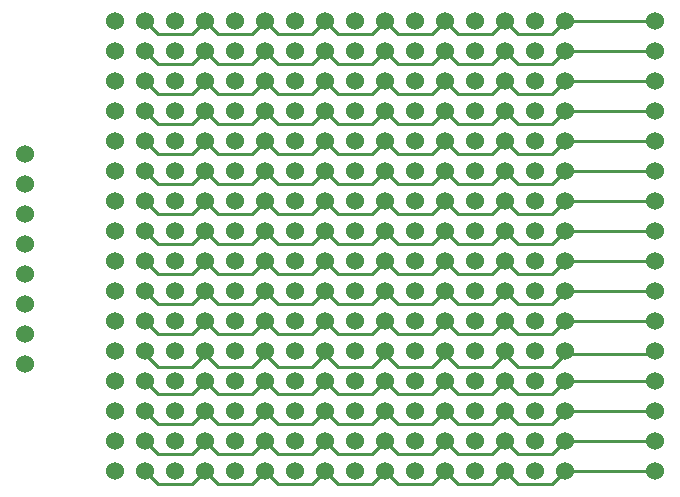
<source format=gbr>
%TF.GenerationSoftware,KiCad,Pcbnew,(5.1.10-1-10_14)*%
%TF.CreationDate,2021-10-20T14:53:20-04:00*%
%TF.ProjectId,DIODE-prototype-board,44494f44-452d-4707-926f-746f74797065,rev?*%
%TF.SameCoordinates,Original*%
%TF.FileFunction,Copper,L2,Bot*%
%TF.FilePolarity,Positive*%
%FSLAX46Y46*%
G04 Gerber Fmt 4.6, Leading zero omitted, Abs format (unit mm)*
G04 Created by KiCad (PCBNEW (5.1.10-1-10_14)) date 2021-10-20 14:53:20*
%MOMM*%
%LPD*%
G01*
G04 APERTURE LIST*
%TA.AperFunction,ComponentPad*%
%ADD10C,1.524000*%
%TD*%
%TA.AperFunction,Conductor*%
%ADD11C,0.250000*%
%TD*%
G04 APERTURE END LIST*
D10*
%TO.P,U1,20*%
%TO.N,Net-(U1-Pad20)*%
X112522000Y-159174000D03*
%TO.P,U1,13*%
%TO.N,Net-(U1-Pad13)*%
X112522000Y-141394000D03*
%TO.P,U1,24*%
%TO.N,Net-(U1-Pad24)*%
X112522000Y-169334000D03*
%TO.P,U1,18*%
%TO.N,Net-(U1-Pad18)*%
X112522000Y-154094000D03*
%TO.P,U1,12*%
%TO.N,Net-(U1-Pad12)*%
X112522000Y-138854000D03*
%TO.P,U1,17*%
%TO.N,Net-(U1-Pad17)*%
X112522000Y-151554000D03*
%TO.P,U1,9*%
%TO.N,Net-(U1-Pad9)*%
X112522000Y-131234000D03*
%TO.P,U1,23*%
%TO.N,Net-(U1-Pad23)*%
X112522000Y-166794000D03*
%TO.P,U1,11*%
%TO.N,Net-(U1-Pad11)*%
X112522000Y-136314000D03*
%TO.P,U1,21*%
%TO.N,Net-(U1-Pad21)*%
X112522000Y-161714000D03*
%TO.P,U1,15*%
%TO.N,Net-(U1-Pad15)*%
X112522000Y-146474000D03*
%TO.P,U1,16*%
%TO.N,Net-(U1-Pad16)*%
X112522000Y-149014000D03*
%TO.P,U1,14*%
%TO.N,Net-(U1-Pad14)*%
X112522000Y-143934000D03*
%TO.P,U1,19*%
%TO.N,Net-(U1-Pad19)*%
X112522000Y-156634000D03*
%TO.P,U1,22*%
%TO.N,Net-(U1-Pad22)*%
X112522000Y-164254000D03*
%TO.P,U1,10*%
%TO.N,Net-(U1-Pad10)*%
X112522000Y-133774000D03*
%TO.P,U1,24*%
%TO.N,Net-(U1-Pad24)*%
X120142000Y-169334000D03*
%TO.P,U1,21*%
%TO.N,Net-(U1-Pad21)*%
X120142000Y-161714000D03*
%TO.P,U1,23*%
%TO.N,Net-(U1-Pad23)*%
X120142000Y-166794000D03*
%TO.P,U1,22*%
%TO.N,Net-(U1-Pad22)*%
X120142000Y-164254000D03*
%TO.P,U1,19*%
%TO.N,Net-(U1-Pad19)*%
X120142000Y-156634000D03*
%TO.P,U1,17*%
%TO.N,Net-(U1-Pad17)*%
X120142000Y-151554000D03*
%TO.P,U1,20*%
%TO.N,Net-(U1-Pad20)*%
X120142000Y-159174000D03*
%TO.P,U1,18*%
%TO.N,Net-(U1-Pad18)*%
X120142000Y-154094000D03*
%TO.P,U1,16*%
%TO.N,Net-(U1-Pad16)*%
X120142000Y-149014000D03*
%TO.P,U1,15*%
%TO.N,Net-(U1-Pad15)*%
X120142000Y-146474000D03*
%TO.P,U1,14*%
%TO.N,Net-(U1-Pad14)*%
X120142000Y-143934000D03*
%TO.P,U1,13*%
%TO.N,Net-(U1-Pad13)*%
X120142000Y-141394000D03*
%TO.P,U1,12*%
%TO.N,Net-(U1-Pad12)*%
X120142000Y-138854000D03*
%TO.P,U1,11*%
%TO.N,Net-(U1-Pad11)*%
X120142000Y-136314000D03*
%TO.P,U1,10*%
%TO.N,Net-(U1-Pad10)*%
X120142000Y-133774000D03*
%TO.P,U1,9*%
%TO.N,Net-(U1-Pad9)*%
X120142000Y-131234000D03*
%TO.P,U1,8*%
%TO.N,Net-(U1-Pad8)*%
X66802000Y-142494000D03*
%TO.P,U1,7*%
%TO.N,Net-(U1-Pad7)*%
X66802000Y-145034000D03*
%TO.P,U1,6*%
%TO.N,Net-(U1-Pad6)*%
X66802000Y-147574000D03*
%TO.P,U1,5*%
%TO.N,Net-(U1-Pad5)*%
X66802000Y-150114000D03*
%TO.P,U1,4*%
%TO.N,Net-(U1-Pad4)*%
X66802000Y-152654000D03*
%TO.P,U1,3*%
%TO.N,Net-(U1-Pad3)*%
X66802000Y-155194000D03*
%TO.P,U1,2*%
%TO.N,Net-(U1-Pad2)*%
X66802000Y-157734000D03*
%TO.P,U1,1*%
%TO.N,Net-(U1-Pad1)*%
X66802000Y-160274000D03*
%TO.P,U1,14*%
%TO.N,Net-(U1-Pad14)*%
X107442000Y-143934000D03*
%TO.P,U1,19*%
%TO.N,Net-(U1-Pad19)*%
X107442000Y-156634000D03*
%TO.P,U1,22*%
%TO.N,Net-(U1-Pad22)*%
X107442000Y-164254000D03*
%TO.P,U1,10*%
%TO.N,Net-(U1-Pad10)*%
X107442000Y-133774000D03*
%TO.P,U1,23*%
%TO.N,Net-(U1-Pad23)*%
X107442000Y-166794000D03*
%TO.P,U1,11*%
%TO.N,Net-(U1-Pad11)*%
X107442000Y-136314000D03*
%TO.P,U1,21*%
%TO.N,Net-(U1-Pad21)*%
X107442000Y-161714000D03*
%TO.P,U1,15*%
%TO.N,Net-(U1-Pad15)*%
X107442000Y-146474000D03*
%TO.P,U1,16*%
%TO.N,Net-(U1-Pad16)*%
X107442000Y-149014000D03*
%TO.P,U1,20*%
%TO.N,Net-(U1-Pad20)*%
X107442000Y-159174000D03*
%TO.P,U1,13*%
%TO.N,Net-(U1-Pad13)*%
X107442000Y-141394000D03*
%TO.P,U1,24*%
%TO.N,Net-(U1-Pad24)*%
X107442000Y-169334000D03*
%TO.P,U1,18*%
%TO.N,Net-(U1-Pad18)*%
X107442000Y-154094000D03*
%TO.P,U1,12*%
%TO.N,Net-(U1-Pad12)*%
X107442000Y-138854000D03*
%TO.P,U1,17*%
%TO.N,Net-(U1-Pad17)*%
X107442000Y-151554000D03*
%TO.P,U1,9*%
%TO.N,Net-(U1-Pad9)*%
X107442000Y-131234000D03*
%TO.P,U1,14*%
%TO.N,Net-(U1-Pad14)*%
X102362000Y-143934000D03*
%TO.P,U1,19*%
%TO.N,Net-(U1-Pad19)*%
X102362000Y-156634000D03*
%TO.P,U1,22*%
%TO.N,Net-(U1-Pad22)*%
X102362000Y-164254000D03*
%TO.P,U1,10*%
%TO.N,Net-(U1-Pad10)*%
X102362000Y-133774000D03*
%TO.P,U1,23*%
%TO.N,Net-(U1-Pad23)*%
X102362000Y-166794000D03*
%TO.P,U1,11*%
%TO.N,Net-(U1-Pad11)*%
X102362000Y-136314000D03*
%TO.P,U1,21*%
%TO.N,Net-(U1-Pad21)*%
X102362000Y-161714000D03*
%TO.P,U1,15*%
%TO.N,Net-(U1-Pad15)*%
X102362000Y-146474000D03*
%TO.P,U1,16*%
%TO.N,Net-(U1-Pad16)*%
X102362000Y-149014000D03*
%TO.P,U1,20*%
%TO.N,Net-(U1-Pad20)*%
X102362000Y-159174000D03*
%TO.P,U1,13*%
%TO.N,Net-(U1-Pad13)*%
X102362000Y-141394000D03*
%TO.P,U1,24*%
%TO.N,Net-(U1-Pad24)*%
X102362000Y-169334000D03*
%TO.P,U1,18*%
%TO.N,Net-(U1-Pad18)*%
X102362000Y-154094000D03*
%TO.P,U1,12*%
%TO.N,Net-(U1-Pad12)*%
X102362000Y-138854000D03*
%TO.P,U1,17*%
%TO.N,Net-(U1-Pad17)*%
X102362000Y-151554000D03*
%TO.P,U1,9*%
%TO.N,Net-(U1-Pad9)*%
X102362000Y-131234000D03*
%TO.P,U1,14*%
%TO.N,Net-(U1-Pad14)*%
X97282000Y-143934000D03*
%TO.P,U1,19*%
%TO.N,Net-(U1-Pad19)*%
X97282000Y-156634000D03*
%TO.P,U1,22*%
%TO.N,Net-(U1-Pad22)*%
X97282000Y-164254000D03*
%TO.P,U1,10*%
%TO.N,Net-(U1-Pad10)*%
X97282000Y-133774000D03*
%TO.P,U1,23*%
%TO.N,Net-(U1-Pad23)*%
X97282000Y-166794000D03*
%TO.P,U1,11*%
%TO.N,Net-(U1-Pad11)*%
X97282000Y-136314000D03*
%TO.P,U1,21*%
%TO.N,Net-(U1-Pad21)*%
X97282000Y-161714000D03*
%TO.P,U1,15*%
%TO.N,Net-(U1-Pad15)*%
X97282000Y-146474000D03*
%TO.P,U1,16*%
%TO.N,Net-(U1-Pad16)*%
X97282000Y-149014000D03*
%TO.P,U1,20*%
%TO.N,Net-(U1-Pad20)*%
X97282000Y-159174000D03*
%TO.P,U1,13*%
%TO.N,Net-(U1-Pad13)*%
X97282000Y-141394000D03*
%TO.P,U1,24*%
%TO.N,Net-(U1-Pad24)*%
X97282000Y-169334000D03*
%TO.P,U1,18*%
%TO.N,Net-(U1-Pad18)*%
X97282000Y-154094000D03*
%TO.P,U1,12*%
%TO.N,Net-(U1-Pad12)*%
X97282000Y-138854000D03*
%TO.P,U1,17*%
%TO.N,Net-(U1-Pad17)*%
X97282000Y-151554000D03*
%TO.P,U1,9*%
%TO.N,Net-(U1-Pad9)*%
X97282000Y-131234000D03*
%TO.P,U1,19*%
%TO.N,Net-(U1-Pad19)*%
X92202000Y-156634000D03*
%TO.P,U1,22*%
%TO.N,Net-(U1-Pad22)*%
X92202000Y-164254000D03*
%TO.P,U1,10*%
%TO.N,Net-(U1-Pad10)*%
X92202000Y-133774000D03*
%TO.P,U1,23*%
%TO.N,Net-(U1-Pad23)*%
X92202000Y-166794000D03*
%TO.P,U1,11*%
%TO.N,Net-(U1-Pad11)*%
X92202000Y-136314000D03*
%TO.P,U1,21*%
%TO.N,Net-(U1-Pad21)*%
X92202000Y-161714000D03*
%TO.P,U1,15*%
%TO.N,Net-(U1-Pad15)*%
X92202000Y-146474000D03*
%TO.P,U1,16*%
%TO.N,Net-(U1-Pad16)*%
X92202000Y-149014000D03*
%TO.P,U1,20*%
%TO.N,Net-(U1-Pad20)*%
X92202000Y-159174000D03*
%TO.P,U1,13*%
%TO.N,Net-(U1-Pad13)*%
X92202000Y-141394000D03*
%TO.P,U1,24*%
%TO.N,Net-(U1-Pad24)*%
X92202000Y-169334000D03*
%TO.P,U1,18*%
%TO.N,Net-(U1-Pad18)*%
X92202000Y-154094000D03*
%TO.P,U1,12*%
%TO.N,Net-(U1-Pad12)*%
X92202000Y-138854000D03*
%TO.P,U1,17*%
%TO.N,Net-(U1-Pad17)*%
X92202000Y-151554000D03*
%TO.P,U1,9*%
%TO.N,Net-(U1-Pad9)*%
X92202000Y-131234000D03*
%TO.P,U1,14*%
%TO.N,Net-(U1-Pad14)*%
X92202000Y-143934000D03*
%TO.P,U1,11*%
%TO.N,Net-(U1-Pad11)*%
X87122000Y-136314000D03*
%TO.P,U1,18*%
%TO.N,Net-(U1-Pad18)*%
X87122000Y-154094000D03*
%TO.P,U1,16*%
%TO.N,Net-(U1-Pad16)*%
X87122000Y-149014000D03*
%TO.P,U1,12*%
%TO.N,Net-(U1-Pad12)*%
X87122000Y-138854000D03*
%TO.P,U1,9*%
%TO.N,Net-(U1-Pad9)*%
X87122000Y-131234000D03*
%TO.P,U1,14*%
%TO.N,Net-(U1-Pad14)*%
X87122000Y-143934000D03*
%TO.P,U1,24*%
%TO.N,Net-(U1-Pad24)*%
X87122000Y-169334000D03*
%TO.P,U1,13*%
%TO.N,Net-(U1-Pad13)*%
X87122000Y-141394000D03*
%TO.P,U1,22*%
%TO.N,Net-(U1-Pad22)*%
X87122000Y-164254000D03*
%TO.P,U1,15*%
%TO.N,Net-(U1-Pad15)*%
X87122000Y-146474000D03*
%TO.P,U1,17*%
%TO.N,Net-(U1-Pad17)*%
X87122000Y-151554000D03*
%TO.P,U1,10*%
%TO.N,Net-(U1-Pad10)*%
X87122000Y-133774000D03*
%TO.P,U1,20*%
%TO.N,Net-(U1-Pad20)*%
X87122000Y-159174000D03*
%TO.P,U1,23*%
%TO.N,Net-(U1-Pad23)*%
X87122000Y-166794000D03*
%TO.P,U1,21*%
%TO.N,Net-(U1-Pad21)*%
X87122000Y-161714000D03*
%TO.P,U1,19*%
%TO.N,Net-(U1-Pad19)*%
X87122000Y-156634000D03*
%TO.P,U1,16*%
%TO.N,Net-(U1-Pad16)*%
X82042000Y-149014000D03*
%TO.P,U1,13*%
%TO.N,Net-(U1-Pad13)*%
X82042000Y-141394000D03*
%TO.P,U1,15*%
%TO.N,Net-(U1-Pad15)*%
X82042000Y-146474000D03*
%TO.P,U1,14*%
%TO.N,Net-(U1-Pad14)*%
X82042000Y-143934000D03*
%TO.P,U1,11*%
%TO.N,Net-(U1-Pad11)*%
X82042000Y-136314000D03*
%TO.P,U1,9*%
%TO.N,Net-(U1-Pad9)*%
X82042000Y-131234000D03*
%TO.P,U1,12*%
%TO.N,Net-(U1-Pad12)*%
X82042000Y-138854000D03*
%TO.P,U1,18*%
%TO.N,Net-(U1-Pad18)*%
X82042000Y-154094000D03*
%TO.P,U1,10*%
%TO.N,Net-(U1-Pad10)*%
X82042000Y-133774000D03*
%TO.P,U1,24*%
%TO.N,Net-(U1-Pad24)*%
X82042000Y-169334000D03*
%TO.P,U1,21*%
%TO.N,Net-(U1-Pad21)*%
X82042000Y-161714000D03*
%TO.P,U1,23*%
%TO.N,Net-(U1-Pad23)*%
X82042000Y-166794000D03*
%TO.P,U1,22*%
%TO.N,Net-(U1-Pad22)*%
X82042000Y-164254000D03*
%TO.P,U1,19*%
%TO.N,Net-(U1-Pad19)*%
X82042000Y-156634000D03*
%TO.P,U1,17*%
%TO.N,Net-(U1-Pad17)*%
X82042000Y-151554000D03*
%TO.P,U1,20*%
%TO.N,Net-(U1-Pad20)*%
X82042000Y-159174000D03*
%TO.P,U1,4*%
%TO.N,Net-(U1-Pad4)*%
X89662000Y-156634000D03*
%TO.P,U1,1*%
%TO.N,Net-(U1-Pad1)*%
X74422000Y-156634000D03*
%TO.P,U1,2*%
%TO.N,Net-(U1-Pad2)*%
X79502000Y-154094000D03*
%TO.P,U1,3*%
%TO.N,Net-(U1-Pad3)*%
X84582000Y-169334000D03*
%TO.P,U1,5*%
%TO.N,Net-(U1-Pad5)*%
X94742000Y-169334000D03*
%TO.P,U1,6*%
%TO.N,Net-(U1-Pad6)*%
X99822000Y-169334000D03*
%TO.P,U1,8*%
%TO.N,Net-(U1-Pad8)*%
X109982000Y-169334000D03*
%TO.P,U1,4*%
%TO.N,Net-(U1-Pad4)*%
X89662000Y-169334000D03*
%TO.P,U1,7*%
%TO.N,Net-(U1-Pad7)*%
X104902000Y-169334000D03*
%TO.P,U1,1*%
%TO.N,Net-(U1-Pad1)*%
X74422000Y-169334000D03*
%TO.P,U1,24*%
%TO.N,Net-(U1-Pad24)*%
X76962000Y-169334000D03*
%TO.P,U1,1*%
%TO.N,Net-(U1-Pad1)*%
X74422000Y-161714000D03*
%TO.P,U1,8*%
%TO.N,Net-(U1-Pad8)*%
X109982000Y-164254000D03*
%TO.P,U1,3*%
%TO.N,Net-(U1-Pad3)*%
X84582000Y-164254000D03*
%TO.P,U1,5*%
%TO.N,Net-(U1-Pad5)*%
X94742000Y-164254000D03*
%TO.P,U1,21*%
%TO.N,Net-(U1-Pad21)*%
X76962000Y-161714000D03*
%TO.P,U1,2*%
%TO.N,Net-(U1-Pad2)*%
X79502000Y-166794000D03*
%TO.P,U1,4*%
%TO.N,Net-(U1-Pad4)*%
X89662000Y-166794000D03*
%TO.P,U1,1*%
%TO.N,Net-(U1-Pad1)*%
X74422000Y-166794000D03*
%TO.P,U1,23*%
%TO.N,Net-(U1-Pad23)*%
X76962000Y-166794000D03*
%TO.P,U1,6*%
%TO.N,Net-(U1-Pad6)*%
X99822000Y-164254000D03*
%TO.P,U1,2*%
%TO.N,Net-(U1-Pad2)*%
X79502000Y-164254000D03*
%TO.P,U1,4*%
%TO.N,Net-(U1-Pad4)*%
X89662000Y-164254000D03*
%TO.P,U1,8*%
%TO.N,Net-(U1-Pad8)*%
X109982000Y-161714000D03*
%TO.P,U1,3*%
%TO.N,Net-(U1-Pad3)*%
X84582000Y-161714000D03*
%TO.P,U1,5*%
%TO.N,Net-(U1-Pad5)*%
X94742000Y-161714000D03*
%TO.P,U1,6*%
%TO.N,Net-(U1-Pad6)*%
X99822000Y-161714000D03*
%TO.P,U1,2*%
%TO.N,Net-(U1-Pad2)*%
X79502000Y-161714000D03*
%TO.P,U1,3*%
%TO.N,Net-(U1-Pad3)*%
X84582000Y-166794000D03*
%TO.P,U1,5*%
%TO.N,Net-(U1-Pad5)*%
X94742000Y-166794000D03*
%TO.P,U1,6*%
%TO.N,Net-(U1-Pad6)*%
X99822000Y-166794000D03*
%TO.P,U1,4*%
%TO.N,Net-(U1-Pad4)*%
X89662000Y-161714000D03*
%TO.P,U1,8*%
%TO.N,Net-(U1-Pad8)*%
X109982000Y-166794000D03*
%TO.P,U1,1*%
%TO.N,Net-(U1-Pad1)*%
X74422000Y-164254000D03*
%TO.P,U1,22*%
%TO.N,Net-(U1-Pad22)*%
X76962000Y-164254000D03*
%TO.P,U1,7*%
%TO.N,Net-(U1-Pad7)*%
X104902000Y-161714000D03*
%TO.P,U1,4*%
%TO.N,Net-(U1-Pad4)*%
X89662000Y-151554000D03*
%TO.P,U1,3*%
%TO.N,Net-(U1-Pad3)*%
X84582000Y-151554000D03*
%TO.P,U1,7*%
%TO.N,Net-(U1-Pad7)*%
X104902000Y-166794000D03*
%TO.P,U1,5*%
%TO.N,Net-(U1-Pad5)*%
X94742000Y-154094000D03*
X94742000Y-151554000D03*
%TO.P,U1,19*%
%TO.N,Net-(U1-Pad19)*%
X76962000Y-156634000D03*
%TO.P,U1,2*%
%TO.N,Net-(U1-Pad2)*%
X79502000Y-151554000D03*
%TO.P,U1,5*%
%TO.N,Net-(U1-Pad5)*%
X94742000Y-156634000D03*
%TO.P,U1,6*%
%TO.N,Net-(U1-Pad6)*%
X99822000Y-156634000D03*
%TO.P,U1,7*%
%TO.N,Net-(U1-Pad7)*%
X104902000Y-156634000D03*
%TO.P,U1,17*%
%TO.N,Net-(U1-Pad17)*%
X76962000Y-151554000D03*
%TO.P,U1,8*%
%TO.N,Net-(U1-Pad8)*%
X109982000Y-156634000D03*
%TO.P,U1,1*%
%TO.N,Net-(U1-Pad1)*%
X74422000Y-151554000D03*
%TO.P,U1,4*%
%TO.N,Net-(U1-Pad4)*%
X89662000Y-159174000D03*
%TO.P,U1,1*%
%TO.N,Net-(U1-Pad1)*%
X74422000Y-159174000D03*
%TO.P,U1,20*%
%TO.N,Net-(U1-Pad20)*%
X76962000Y-159174000D03*
%TO.P,U1,5*%
%TO.N,Net-(U1-Pad5)*%
X94742000Y-159174000D03*
%TO.P,U1,6*%
%TO.N,Net-(U1-Pad6)*%
X99822000Y-159174000D03*
%TO.P,U1,7*%
%TO.N,Net-(U1-Pad7)*%
X104902000Y-159174000D03*
%TO.P,U1,8*%
%TO.N,Net-(U1-Pad8)*%
X109982000Y-159174000D03*
%TO.P,U1,3*%
%TO.N,Net-(U1-Pad3)*%
X84582000Y-159174000D03*
%TO.P,U1,7*%
%TO.N,Net-(U1-Pad7)*%
X104902000Y-151554000D03*
%TO.P,U1,2*%
%TO.N,Net-(U1-Pad2)*%
X79502000Y-169334000D03*
%TO.P,U1,3*%
%TO.N,Net-(U1-Pad3)*%
X84582000Y-156634000D03*
%TO.P,U1,8*%
%TO.N,Net-(U1-Pad8)*%
X109982000Y-151554000D03*
%TO.P,U1,2*%
%TO.N,Net-(U1-Pad2)*%
X79502000Y-156634000D03*
%TO.P,U1,7*%
%TO.N,Net-(U1-Pad7)*%
X104902000Y-154094000D03*
%TO.P,U1,6*%
%TO.N,Net-(U1-Pad6)*%
X99822000Y-154094000D03*
%TO.P,U1,8*%
%TO.N,Net-(U1-Pad8)*%
X109982000Y-154094000D03*
%TO.P,U1,3*%
%TO.N,Net-(U1-Pad3)*%
X84582000Y-154094000D03*
%TO.P,U1,18*%
%TO.N,Net-(U1-Pad18)*%
X76962000Y-154094000D03*
%TO.P,U1,1*%
%TO.N,Net-(U1-Pad1)*%
X74422000Y-154094000D03*
%TO.P,U1,4*%
%TO.N,Net-(U1-Pad4)*%
X89662000Y-154094000D03*
%TO.P,U1,6*%
%TO.N,Net-(U1-Pad6)*%
X99822000Y-151554000D03*
%TO.P,U1,7*%
%TO.N,Net-(U1-Pad7)*%
X104902000Y-164254000D03*
%TO.P,U1,2*%
%TO.N,Net-(U1-Pad2)*%
X79502000Y-159174000D03*
X79502000Y-149014000D03*
%TO.P,U1,4*%
%TO.N,Net-(U1-Pad4)*%
X89662000Y-149014000D03*
%TO.P,U1,1*%
%TO.N,Net-(U1-Pad1)*%
X74422000Y-149014000D03*
%TO.P,U1,16*%
%TO.N,Net-(U1-Pad16)*%
X76962000Y-149014000D03*
%TO.P,U1,3*%
%TO.N,Net-(U1-Pad3)*%
X84582000Y-149014000D03*
%TO.P,U1,5*%
%TO.N,Net-(U1-Pad5)*%
X94742000Y-149014000D03*
%TO.P,U1,6*%
%TO.N,Net-(U1-Pad6)*%
X99822000Y-149014000D03*
%TO.P,U1,8*%
%TO.N,Net-(U1-Pad8)*%
X109982000Y-149014000D03*
%TO.P,U1,7*%
%TO.N,Net-(U1-Pad7)*%
X104902000Y-149014000D03*
%TO.P,U1,8*%
%TO.N,Net-(U1-Pad8)*%
X109982000Y-146474000D03*
%TO.P,U1,3*%
%TO.N,Net-(U1-Pad3)*%
X84582000Y-146474000D03*
%TO.P,U1,5*%
%TO.N,Net-(U1-Pad5)*%
X94742000Y-146474000D03*
%TO.P,U1,6*%
%TO.N,Net-(U1-Pad6)*%
X99822000Y-146474000D03*
%TO.P,U1,2*%
%TO.N,Net-(U1-Pad2)*%
X79502000Y-146474000D03*
%TO.P,U1,4*%
%TO.N,Net-(U1-Pad4)*%
X89662000Y-146474000D03*
%TO.P,U1,1*%
%TO.N,Net-(U1-Pad1)*%
X74422000Y-146474000D03*
%TO.P,U1,15*%
%TO.N,Net-(U1-Pad15)*%
X76962000Y-146474000D03*
%TO.P,U1,7*%
%TO.N,Net-(U1-Pad7)*%
X104902000Y-146474000D03*
%TO.P,U1,1*%
%TO.N,Net-(U1-Pad1)*%
X74422000Y-143934000D03*
%TO.P,U1,14*%
%TO.N,Net-(U1-Pad14)*%
X76962000Y-143934000D03*
%TO.P,U1,8*%
%TO.N,Net-(U1-Pad8)*%
X109982000Y-143934000D03*
%TO.P,U1,3*%
%TO.N,Net-(U1-Pad3)*%
X84582000Y-143934000D03*
%TO.P,U1,5*%
%TO.N,Net-(U1-Pad5)*%
X94742000Y-143934000D03*
%TO.P,U1,6*%
%TO.N,Net-(U1-Pad6)*%
X99822000Y-143934000D03*
%TO.P,U1,2*%
%TO.N,Net-(U1-Pad2)*%
X79502000Y-143934000D03*
%TO.P,U1,4*%
%TO.N,Net-(U1-Pad4)*%
X89662000Y-143934000D03*
%TO.P,U1,7*%
%TO.N,Net-(U1-Pad7)*%
X104902000Y-143934000D03*
%TO.P,U1,4*%
%TO.N,Net-(U1-Pad4)*%
X89662000Y-141394000D03*
%TO.P,U1,1*%
%TO.N,Net-(U1-Pad1)*%
X74422000Y-141394000D03*
%TO.P,U1,13*%
%TO.N,Net-(U1-Pad13)*%
X76962000Y-141394000D03*
%TO.P,U1,5*%
%TO.N,Net-(U1-Pad5)*%
X94742000Y-141394000D03*
%TO.P,U1,6*%
%TO.N,Net-(U1-Pad6)*%
X99822000Y-141394000D03*
%TO.P,U1,7*%
%TO.N,Net-(U1-Pad7)*%
X104902000Y-141394000D03*
%TO.P,U1,8*%
%TO.N,Net-(U1-Pad8)*%
X109982000Y-141394000D03*
%TO.P,U1,3*%
%TO.N,Net-(U1-Pad3)*%
X84582000Y-141394000D03*
%TO.P,U1,2*%
%TO.N,Net-(U1-Pad2)*%
X79502000Y-141394000D03*
%TO.P,U1,4*%
%TO.N,Net-(U1-Pad4)*%
X89662000Y-138854000D03*
%TO.P,U1,1*%
%TO.N,Net-(U1-Pad1)*%
X74422000Y-138854000D03*
%TO.P,U1,12*%
%TO.N,Net-(U1-Pad12)*%
X76962000Y-138854000D03*
%TO.P,U1,5*%
%TO.N,Net-(U1-Pad5)*%
X94742000Y-138854000D03*
%TO.P,U1,6*%
%TO.N,Net-(U1-Pad6)*%
X99822000Y-138854000D03*
%TO.P,U1,7*%
%TO.N,Net-(U1-Pad7)*%
X104902000Y-138854000D03*
%TO.P,U1,8*%
%TO.N,Net-(U1-Pad8)*%
X109982000Y-138854000D03*
%TO.P,U1,3*%
%TO.N,Net-(U1-Pad3)*%
X84582000Y-138854000D03*
%TO.P,U1,2*%
%TO.N,Net-(U1-Pad2)*%
X79502000Y-138854000D03*
X79502000Y-136314000D03*
%TO.P,U1,5*%
%TO.N,Net-(U1-Pad5)*%
X94742000Y-136314000D03*
%TO.P,U1,7*%
%TO.N,Net-(U1-Pad7)*%
X104902000Y-136314000D03*
%TO.P,U1,6*%
%TO.N,Net-(U1-Pad6)*%
X99822000Y-136314000D03*
%TO.P,U1,8*%
%TO.N,Net-(U1-Pad8)*%
X109982000Y-136314000D03*
%TO.P,U1,3*%
%TO.N,Net-(U1-Pad3)*%
X84582000Y-136314000D03*
%TO.P,U1,11*%
%TO.N,Net-(U1-Pad11)*%
X76962000Y-136314000D03*
%TO.P,U1,1*%
%TO.N,Net-(U1-Pad1)*%
X74422000Y-136314000D03*
%TO.P,U1,4*%
%TO.N,Net-(U1-Pad4)*%
X89662000Y-136314000D03*
X89662000Y-133774000D03*
%TO.P,U1,3*%
%TO.N,Net-(U1-Pad3)*%
X84582000Y-133774000D03*
%TO.P,U1,5*%
%TO.N,Net-(U1-Pad5)*%
X94742000Y-133774000D03*
%TO.P,U1,2*%
%TO.N,Net-(U1-Pad2)*%
X79502000Y-133774000D03*
%TO.P,U1,10*%
%TO.N,Net-(U1-Pad10)*%
X76962000Y-133774000D03*
%TO.P,U1,1*%
%TO.N,Net-(U1-Pad1)*%
X74422000Y-133774000D03*
%TO.P,U1,7*%
%TO.N,Net-(U1-Pad7)*%
X104902000Y-133774000D03*
%TO.P,U1,8*%
%TO.N,Net-(U1-Pad8)*%
X109982000Y-133774000D03*
%TO.P,U1,6*%
%TO.N,Net-(U1-Pad6)*%
X99822000Y-133774000D03*
%TO.P,U1,8*%
%TO.N,Net-(U1-Pad8)*%
X109982000Y-131234000D03*
%TO.P,U1,7*%
%TO.N,Net-(U1-Pad7)*%
X104902000Y-131234000D03*
%TO.P,U1,6*%
%TO.N,Net-(U1-Pad6)*%
X99822000Y-131234000D03*
%TO.P,U1,5*%
%TO.N,Net-(U1-Pad5)*%
X94742000Y-131234000D03*
%TO.P,U1,4*%
%TO.N,Net-(U1-Pad4)*%
X89662000Y-131234000D03*
%TO.P,U1,3*%
%TO.N,Net-(U1-Pad3)*%
X84582000Y-131234000D03*
%TO.P,U1,2*%
%TO.N,Net-(U1-Pad2)*%
X79502000Y-131234000D03*
%TO.P,U1,9*%
%TO.N,Net-(U1-Pad9)*%
X76962000Y-131234000D03*
%TO.P,U1,1*%
%TO.N,Net-(U1-Pad1)*%
X74422000Y-131234000D03*
%TD*%
D11*
%TO.N,Net-(U1-Pad9)*%
X80954999Y-132321001D02*
X82042000Y-131234000D01*
X78049001Y-132321001D02*
X80954999Y-132321001D01*
X76962000Y-131234000D02*
X78049001Y-132321001D01*
X86034999Y-132321001D02*
X87122000Y-131234000D01*
X83129001Y-132321001D02*
X86034999Y-132321001D01*
X82042000Y-131234000D02*
X83129001Y-132321001D01*
X91114999Y-132321001D02*
X92202000Y-131234000D01*
X88209001Y-132321001D02*
X91114999Y-132321001D01*
X87122000Y-131234000D02*
X88209001Y-132321001D01*
X97282000Y-131234000D02*
X96182000Y-132334000D01*
X93302000Y-132334000D02*
X92202000Y-131234000D01*
X96182000Y-132334000D02*
X93302000Y-132334000D01*
X101274999Y-132321001D02*
X102362000Y-131234000D01*
X98369001Y-132321001D02*
X101274999Y-132321001D01*
X97282000Y-131234000D02*
X98369001Y-132321001D01*
X103449001Y-132321001D02*
X106354999Y-132321001D01*
X106354999Y-132321001D02*
X107442000Y-131234000D01*
X102362000Y-131234000D02*
X103449001Y-132321001D01*
X111434999Y-132321001D02*
X112522000Y-131234000D01*
X108529001Y-132321001D02*
X111434999Y-132321001D01*
X107442000Y-131234000D02*
X108529001Y-132321001D01*
X112522000Y-131234000D02*
X120142000Y-131234000D01*
%TO.N,Net-(U1-Pad10)*%
X78049001Y-134861001D02*
X80954999Y-134861001D01*
X76962000Y-133774000D02*
X78049001Y-134861001D01*
X80954999Y-134861001D02*
X82042000Y-133774000D01*
X112522000Y-133774000D02*
X120142000Y-133774000D01*
X96182000Y-134874000D02*
X93302000Y-134874000D01*
X93302000Y-134874000D02*
X92202000Y-133774000D01*
X101274999Y-134861001D02*
X102362000Y-133774000D01*
X98369001Y-134861001D02*
X101274999Y-134861001D01*
X97282000Y-133774000D02*
X98369001Y-134861001D01*
X97282000Y-133774000D02*
X96182000Y-134874000D01*
X82042000Y-133774000D02*
X83129001Y-134861001D01*
X83129001Y-134861001D02*
X86034999Y-134861001D01*
X86034999Y-134861001D02*
X87122000Y-133774000D01*
X108529001Y-134861001D02*
X111434999Y-134861001D01*
X107442000Y-133774000D02*
X108529001Y-134861001D01*
X111434999Y-134861001D02*
X112522000Y-133774000D01*
X87122000Y-133774000D02*
X88209001Y-134861001D01*
X88209001Y-134861001D02*
X91114999Y-134861001D01*
X91114999Y-134861001D02*
X92202000Y-133774000D01*
X103449001Y-134861001D02*
X106354999Y-134861001D01*
X106354999Y-134861001D02*
X107442000Y-133774000D01*
X102362000Y-133774000D02*
X103449001Y-134861001D01*
%TO.N,Net-(U1-Pad11)*%
X102362000Y-136314000D02*
X103449001Y-137401001D01*
X106354999Y-137401001D02*
X107442000Y-136314000D01*
X103449001Y-137401001D02*
X106354999Y-137401001D01*
X88209001Y-137401001D02*
X91114999Y-137401001D01*
X107442000Y-136314000D02*
X108529001Y-137401001D01*
X91114999Y-137401001D02*
X92202000Y-136314000D01*
X87122000Y-136314000D02*
X88209001Y-137401001D01*
X108529001Y-137401001D02*
X111434999Y-137401001D01*
X111434999Y-137401001D02*
X112522000Y-136314000D01*
X76962000Y-136314000D02*
X78049001Y-137401001D01*
X97282000Y-136314000D02*
X96182000Y-137414000D01*
X86034999Y-137401001D02*
X87122000Y-136314000D01*
X80954999Y-137401001D02*
X82042000Y-136314000D01*
X82042000Y-136314000D02*
X83129001Y-137401001D01*
X83129001Y-137401001D02*
X86034999Y-137401001D01*
X96182000Y-137414000D02*
X93302000Y-137414000D01*
X93302000Y-137414000D02*
X92202000Y-136314000D01*
X98369001Y-137401001D02*
X101274999Y-137401001D01*
X97282000Y-136314000D02*
X98369001Y-137401001D01*
X78049001Y-137401001D02*
X80954999Y-137401001D01*
X112522000Y-136314000D02*
X120142000Y-136314000D01*
X101274999Y-137401001D02*
X102362000Y-136314000D01*
%TO.N,Net-(U1-Pad12)*%
X91114999Y-139941001D02*
X92202000Y-138854000D01*
X83129001Y-139941001D02*
X86034999Y-139941001D01*
X88209001Y-139941001D02*
X91114999Y-139941001D01*
X101274999Y-139941001D02*
X102362000Y-138854000D01*
X97282000Y-138854000D02*
X96182000Y-139954000D01*
X108529001Y-139941001D02*
X111434999Y-139941001D01*
X97282000Y-138854000D02*
X98369001Y-139941001D01*
X112522000Y-138854000D02*
X120142000Y-138854000D01*
X106354999Y-139941001D02*
X107442000Y-138854000D01*
X102362000Y-138854000D02*
X103449001Y-139941001D01*
X103449001Y-139941001D02*
X106354999Y-139941001D01*
X96182000Y-139954000D02*
X93302000Y-139954000D01*
X98369001Y-139941001D02*
X101274999Y-139941001D01*
X86034999Y-139941001D02*
X87122000Y-138854000D01*
X76962000Y-138854000D02*
X78049001Y-139941001D01*
X107442000Y-138854000D02*
X108529001Y-139941001D01*
X93302000Y-139954000D02*
X92202000Y-138854000D01*
X80954999Y-139941001D02*
X82042000Y-138854000D01*
X82042000Y-138854000D02*
X83129001Y-139941001D01*
X87122000Y-138854000D02*
X88209001Y-139941001D01*
X78049001Y-139941001D02*
X80954999Y-139941001D01*
X111434999Y-139941001D02*
X112522000Y-138854000D01*
%TO.N,Net-(U1-Pad13)*%
X91114999Y-142481001D02*
X92202000Y-141394000D01*
X88209001Y-142481001D02*
X91114999Y-142481001D01*
X93302000Y-142494000D02*
X92202000Y-141394000D01*
X86034999Y-142481001D02*
X87122000Y-141394000D01*
X98369001Y-142481001D02*
X101274999Y-142481001D01*
X82042000Y-141394000D02*
X83129001Y-142481001D01*
X108529001Y-142481001D02*
X111434999Y-142481001D01*
X80954999Y-142481001D02*
X82042000Y-141394000D01*
X76962000Y-141394000D02*
X78049001Y-142481001D01*
X83129001Y-142481001D02*
X86034999Y-142481001D01*
X97282000Y-141394000D02*
X96182000Y-142494000D01*
X102362000Y-141394000D02*
X103449001Y-142481001D01*
X101274999Y-142481001D02*
X102362000Y-141394000D01*
X112522000Y-141394000D02*
X120142000Y-141394000D01*
X106354999Y-142481001D02*
X107442000Y-141394000D01*
X107442000Y-141394000D02*
X108529001Y-142481001D01*
X87122000Y-141394000D02*
X88209001Y-142481001D01*
X78049001Y-142481001D02*
X80954999Y-142481001D01*
X97282000Y-141394000D02*
X98369001Y-142481001D01*
X96182000Y-142494000D02*
X93302000Y-142494000D01*
X103449001Y-142481001D02*
X106354999Y-142481001D01*
X111434999Y-142481001D02*
X112522000Y-141394000D01*
%TO.N,Net-(U1-Pad14)*%
X87122000Y-143934000D02*
X88209001Y-145021001D01*
X97282000Y-143934000D02*
X98369001Y-145021001D01*
X108529001Y-145021001D02*
X111434999Y-145021001D01*
X112522000Y-143934000D02*
X120142000Y-143934000D01*
X98369001Y-145021001D02*
X101274999Y-145021001D01*
X80954999Y-145021001D02*
X82042000Y-143934000D01*
X86034999Y-145021001D02*
X87122000Y-143934000D01*
X107442000Y-143934000D02*
X108529001Y-145021001D01*
X88209001Y-145021001D02*
X91114999Y-145021001D01*
X83129001Y-145021001D02*
X86034999Y-145021001D01*
X93302000Y-145034000D02*
X92202000Y-143934000D01*
X78049001Y-145021001D02*
X80954999Y-145021001D01*
X91114999Y-145021001D02*
X92202000Y-143934000D01*
X97282000Y-143934000D02*
X96182000Y-145034000D01*
X106354999Y-145021001D02*
X107442000Y-143934000D01*
X101274999Y-145021001D02*
X102362000Y-143934000D01*
X102362000Y-143934000D02*
X103449001Y-145021001D01*
X82042000Y-143934000D02*
X83129001Y-145021001D01*
X76962000Y-143934000D02*
X78049001Y-145021001D01*
X96182000Y-145034000D02*
X93302000Y-145034000D01*
X111434999Y-145021001D02*
X112522000Y-143934000D01*
X103449001Y-145021001D02*
X106354999Y-145021001D01*
%TO.N,Net-(U1-Pad15)*%
X108529001Y-147561001D02*
X111434999Y-147561001D01*
X86034999Y-147561001D02*
X87122000Y-146474000D01*
X83129001Y-147561001D02*
X86034999Y-147561001D01*
X107442000Y-146474000D02*
X108529001Y-147561001D01*
X102362000Y-146474000D02*
X103449001Y-147561001D01*
X88209001Y-147561001D02*
X91114999Y-147561001D01*
X76962000Y-146474000D02*
X78049001Y-147561001D01*
X97282000Y-146474000D02*
X98369001Y-147561001D01*
X82042000Y-146474000D02*
X83129001Y-147561001D01*
X91114999Y-147561001D02*
X92202000Y-146474000D01*
X96182000Y-147574000D02*
X93302000Y-147574000D01*
X103449001Y-147561001D02*
X106354999Y-147561001D01*
X101274999Y-147561001D02*
X102362000Y-146474000D01*
X78049001Y-147561001D02*
X80954999Y-147561001D01*
X87122000Y-146474000D02*
X88209001Y-147561001D01*
X93302000Y-147574000D02*
X92202000Y-146474000D01*
X97282000Y-146474000D02*
X96182000Y-147574000D01*
X80954999Y-147561001D02*
X82042000Y-146474000D01*
X106354999Y-147561001D02*
X107442000Y-146474000D01*
X98369001Y-147561001D02*
X101274999Y-147561001D01*
X112522000Y-146474000D02*
X120142000Y-146474000D01*
X111434999Y-147561001D02*
X112522000Y-146474000D01*
%TO.N,Net-(U1-Pad16)*%
X80954999Y-150101001D02*
X82042000Y-149014000D01*
X88209001Y-150101001D02*
X91114999Y-150101001D01*
X103449001Y-150101001D02*
X106354999Y-150101001D01*
X91114999Y-150101001D02*
X92202000Y-149014000D01*
X97282000Y-149014000D02*
X96182000Y-150114000D01*
X83129001Y-150101001D02*
X86034999Y-150101001D01*
X86034999Y-150101001D02*
X87122000Y-149014000D01*
X78049001Y-150101001D02*
X80954999Y-150101001D01*
X97282000Y-149014000D02*
X98369001Y-150101001D01*
X82042000Y-149014000D02*
X83129001Y-150101001D01*
X102362000Y-149014000D02*
X103449001Y-150101001D01*
X87122000Y-149014000D02*
X88209001Y-150101001D01*
X106354999Y-150101001D02*
X107442000Y-149014000D01*
X111434999Y-150101001D02*
X112522000Y-149014000D01*
X96182000Y-150114000D02*
X93302000Y-150114000D01*
X108529001Y-150101001D02*
X111434999Y-150101001D01*
X112522000Y-149014000D02*
X120142000Y-149014000D01*
X93302000Y-150114000D02*
X92202000Y-149014000D01*
X76962000Y-149014000D02*
X78049001Y-150101001D01*
X98369001Y-150101001D02*
X101274999Y-150101001D01*
X107442000Y-149014000D02*
X108529001Y-150101001D01*
X101274999Y-150101001D02*
X102362000Y-149014000D01*
%TO.N,Net-(U1-Pad17)*%
X102362000Y-151554000D02*
X103449001Y-152641001D01*
X97282000Y-151554000D02*
X96182000Y-152654000D01*
X87122000Y-151554000D02*
X88209001Y-152641001D01*
X98369001Y-152641001D02*
X101274999Y-152641001D01*
X96182000Y-152654000D02*
X93302000Y-152654000D01*
X111434999Y-152641001D02*
X112522000Y-151554000D01*
X106354999Y-152641001D02*
X107442000Y-151554000D01*
X78049001Y-152641001D02*
X80954999Y-152641001D01*
X107442000Y-151554000D02*
X108529001Y-152641001D01*
X86034999Y-152641001D02*
X87122000Y-151554000D01*
X76962000Y-151554000D02*
X78049001Y-152641001D01*
X82042000Y-151554000D02*
X83129001Y-152641001D01*
X112522000Y-151554000D02*
X120142000Y-151554000D01*
X91114999Y-152641001D02*
X92202000Y-151554000D01*
X103449001Y-152641001D02*
X106354999Y-152641001D01*
X80954999Y-152641001D02*
X82042000Y-151554000D01*
X83129001Y-152641001D02*
X86034999Y-152641001D01*
X97282000Y-151554000D02*
X98369001Y-152641001D01*
X93302000Y-152654000D02*
X92202000Y-151554000D01*
X108529001Y-152641001D02*
X111434999Y-152641001D01*
X101274999Y-152641001D02*
X102362000Y-151554000D01*
X88209001Y-152641001D02*
X91114999Y-152641001D01*
%TO.N,Net-(U1-Pad18)*%
X78049001Y-155181001D02*
X80954999Y-155181001D01*
X98369001Y-155181001D02*
X101274999Y-155181001D01*
X87122000Y-154094000D02*
X88209001Y-155181001D01*
X103449001Y-155181001D02*
X106354999Y-155181001D01*
X82042000Y-154094000D02*
X83129001Y-155181001D01*
X111434999Y-155181001D02*
X112522000Y-154094000D01*
X86034999Y-155181001D02*
X87122000Y-154094000D01*
X102362000Y-154094000D02*
X103449001Y-155181001D01*
X107442000Y-154094000D02*
X108529001Y-155181001D01*
X96182000Y-155194000D02*
X93302000Y-155194000D01*
X83129001Y-155181001D02*
X86034999Y-155181001D01*
X80954999Y-155181001D02*
X82042000Y-154094000D01*
X91114999Y-155181001D02*
X92202000Y-154094000D01*
X97282000Y-154094000D02*
X98369001Y-155181001D01*
X106354999Y-155181001D02*
X107442000Y-154094000D01*
X93302000Y-155194000D02*
X92202000Y-154094000D01*
X101274999Y-155181001D02*
X102362000Y-154094000D01*
X112522000Y-154094000D02*
X120142000Y-154094000D01*
X97282000Y-154094000D02*
X96182000Y-155194000D01*
X76962000Y-154094000D02*
X78049001Y-155181001D01*
X108529001Y-155181001D02*
X111434999Y-155181001D01*
X88209001Y-155181001D02*
X91114999Y-155181001D01*
%TO.N,Net-(U1-Pad19)*%
X103449001Y-157721001D02*
X106354999Y-157721001D01*
X80954999Y-157721001D02*
X82042000Y-156634000D01*
X83129001Y-157721001D02*
X86034999Y-157721001D01*
X93302000Y-157734000D02*
X92202000Y-156634000D01*
X88209001Y-157721001D02*
X91114999Y-157721001D01*
X106354999Y-157721001D02*
X107442000Y-156634000D01*
X87122000Y-156634000D02*
X88209001Y-157721001D01*
X78049001Y-157721001D02*
X80954999Y-157721001D01*
X111434999Y-157721001D02*
X112522000Y-156634000D01*
X112522000Y-156634000D02*
X120142000Y-156634000D01*
X98369001Y-157721001D02*
X101274999Y-157721001D01*
X97282000Y-156634000D02*
X96182000Y-157734000D01*
X107442000Y-156634000D02*
X108529001Y-157721001D01*
X91114999Y-157721001D02*
X92202000Y-156634000D01*
X108529001Y-157721001D02*
X111434999Y-157721001D01*
X76962000Y-156634000D02*
X78049001Y-157721001D01*
X102362000Y-156634000D02*
X103449001Y-157721001D01*
X82042000Y-156634000D02*
X83129001Y-157721001D01*
X101274999Y-157721001D02*
X102362000Y-156634000D01*
X96182000Y-157734000D02*
X93302000Y-157734000D01*
X86034999Y-157721001D02*
X87122000Y-156634000D01*
X97282000Y-156634000D02*
X98369001Y-157721001D01*
%TO.N,Net-(U1-Pad20)*%
X96182000Y-160528000D02*
X93302000Y-160528000D01*
X86034999Y-160515001D02*
X87122000Y-159428000D01*
X97282000Y-159428000D02*
X98369001Y-160515001D01*
X111434999Y-160515001D02*
X112522000Y-159428000D01*
X83129001Y-160515001D02*
X86034999Y-160515001D01*
X107442000Y-159428000D02*
X108529001Y-160515001D01*
X82042000Y-159428000D02*
X83129001Y-160515001D01*
X80954999Y-160515001D02*
X82042000Y-159428000D01*
X106354999Y-160515001D02*
X107442000Y-159428000D01*
X102362000Y-159428000D02*
X103449001Y-160515001D01*
X78049001Y-160515001D02*
X80954999Y-160515001D01*
X87122000Y-159428000D02*
X88209001Y-160515001D01*
X101274999Y-160515001D02*
X102362000Y-159428000D01*
X76962000Y-159428000D02*
X78049001Y-160515001D01*
X93302000Y-160528000D02*
X92202000Y-159428000D01*
X91114999Y-160515001D02*
X92202000Y-159428000D01*
X108529001Y-160515001D02*
X111434999Y-160515001D01*
X88209001Y-160515001D02*
X91114999Y-160515001D01*
X97282000Y-159428000D02*
X96182000Y-160528000D01*
X98369001Y-160515001D02*
X101274999Y-160515001D01*
X103449001Y-160515001D02*
X106354999Y-160515001D01*
X112522000Y-159428000D02*
X120142000Y-159428000D01*
%TO.N,Net-(U1-Pad21)*%
X101274999Y-162801001D02*
X102362000Y-161714000D01*
X103449001Y-162801001D02*
X106354999Y-162801001D01*
X78049001Y-162801001D02*
X80954999Y-162801001D01*
X112522000Y-161714000D02*
X120142000Y-161714000D01*
X87122000Y-161714000D02*
X88209001Y-162801001D01*
X111434999Y-162801001D02*
X112522000Y-161714000D01*
X93302000Y-162814000D02*
X92202000Y-161714000D01*
X91114999Y-162801001D02*
X92202000Y-161714000D01*
X97282000Y-161714000D02*
X98369001Y-162801001D01*
X107442000Y-161714000D02*
X108529001Y-162801001D01*
X83129001Y-162801001D02*
X86034999Y-162801001D01*
X82042000Y-161714000D02*
X83129001Y-162801001D01*
X80954999Y-162801001D02*
X82042000Y-161714000D01*
X96182000Y-162814000D02*
X93302000Y-162814000D01*
X76962000Y-161714000D02*
X78049001Y-162801001D01*
X98369001Y-162801001D02*
X101274999Y-162801001D01*
X102362000Y-161714000D02*
X103449001Y-162801001D01*
X86034999Y-162801001D02*
X87122000Y-161714000D01*
X97282000Y-161714000D02*
X96182000Y-162814000D01*
X88209001Y-162801001D02*
X91114999Y-162801001D01*
X108529001Y-162801001D02*
X111434999Y-162801001D01*
X106354999Y-162801001D02*
X107442000Y-161714000D01*
%TO.N,Net-(U1-Pad22)*%
X102362000Y-164254000D02*
X103449001Y-165341001D01*
X88209001Y-165341001D02*
X91114999Y-165341001D01*
X93302000Y-165354000D02*
X92202000Y-164254000D01*
X78049001Y-165341001D02*
X80954999Y-165341001D01*
X91114999Y-165341001D02*
X92202000Y-164254000D01*
X101274999Y-165341001D02*
X102362000Y-164254000D01*
X103449001Y-165341001D02*
X106354999Y-165341001D01*
X106354999Y-165341001D02*
X107442000Y-164254000D01*
X107442000Y-164254000D02*
X108529001Y-165341001D01*
X108529001Y-165341001D02*
X111434999Y-165341001D01*
X96182000Y-165354000D02*
X93302000Y-165354000D01*
X76962000Y-164254000D02*
X78049001Y-165341001D01*
X112522000Y-164254000D02*
X120142000Y-164254000D01*
X98369001Y-165341001D02*
X101274999Y-165341001D01*
X97282000Y-164254000D02*
X96182000Y-165354000D01*
X86034999Y-165341001D02*
X87122000Y-164254000D01*
X97282000Y-164254000D02*
X98369001Y-165341001D01*
X87122000Y-164254000D02*
X88209001Y-165341001D01*
X80954999Y-165341001D02*
X82042000Y-164254000D01*
X82042000Y-164254000D02*
X83129001Y-165341001D01*
X111434999Y-165341001D02*
X112522000Y-164254000D01*
X83129001Y-165341001D02*
X86034999Y-165341001D01*
%TO.N,Net-(U1-Pad23)*%
X101274999Y-167881001D02*
X102362000Y-166794000D01*
X112522000Y-166794000D02*
X120142000Y-166794000D01*
X88209001Y-167881001D02*
X91114999Y-167881001D01*
X78049001Y-167881001D02*
X80954999Y-167881001D01*
X80954999Y-167881001D02*
X82042000Y-166794000D01*
X86034999Y-167881001D02*
X87122000Y-166794000D01*
X102362000Y-166794000D02*
X103449001Y-167881001D01*
X98369001Y-167881001D02*
X101274999Y-167881001D01*
X96182000Y-167894000D02*
X93302000Y-167894000D01*
X83129001Y-167881001D02*
X86034999Y-167881001D01*
X111434999Y-167881001D02*
X112522000Y-166794000D01*
X106354999Y-167881001D02*
X107442000Y-166794000D01*
X103449001Y-167881001D02*
X106354999Y-167881001D01*
X91114999Y-167881001D02*
X92202000Y-166794000D01*
X93302000Y-167894000D02*
X92202000Y-166794000D01*
X97282000Y-166794000D02*
X98369001Y-167881001D01*
X76962000Y-166794000D02*
X78049001Y-167881001D01*
X82042000Y-166794000D02*
X83129001Y-167881001D01*
X108529001Y-167881001D02*
X111434999Y-167881001D01*
X107442000Y-166794000D02*
X108529001Y-167881001D01*
X87122000Y-166794000D02*
X88209001Y-167881001D01*
X97282000Y-166794000D02*
X96182000Y-167894000D01*
%TO.N,Net-(U1-Pad24)*%
X83129001Y-170421001D02*
X86034999Y-170421001D01*
X97282000Y-169334000D02*
X96182000Y-170434000D01*
X97282000Y-169334000D02*
X98369001Y-170421001D01*
X107442000Y-169334000D02*
X108529001Y-170421001D01*
X80954999Y-170421001D02*
X82042000Y-169334000D01*
X111434999Y-170421001D02*
X112522000Y-169334000D01*
X108529001Y-170421001D02*
X111434999Y-170421001D01*
X91114999Y-170421001D02*
X92202000Y-169334000D01*
X78049001Y-170421001D02*
X80954999Y-170421001D01*
X96182000Y-170434000D02*
X93302000Y-170434000D01*
X98369001Y-170421001D02*
X101274999Y-170421001D01*
X76962000Y-169334000D02*
X78049001Y-170421001D01*
X112522000Y-169334000D02*
X120142000Y-169334000D01*
X102362000Y-169334000D02*
X103449001Y-170421001D01*
X86034999Y-170421001D02*
X87122000Y-169334000D01*
X106354999Y-170421001D02*
X107442000Y-169334000D01*
X82042000Y-169334000D02*
X83129001Y-170421001D01*
X88209001Y-170421001D02*
X91114999Y-170421001D01*
X93302000Y-170434000D02*
X92202000Y-169334000D01*
X101274999Y-170421001D02*
X102362000Y-169334000D01*
X87122000Y-169334000D02*
X88209001Y-170421001D01*
X103449001Y-170421001D02*
X106354999Y-170421001D01*
%TD*%
M02*

</source>
